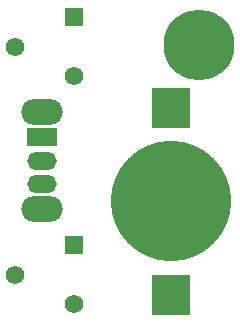
<source format=gbs>
G04 #@! TF.GenerationSoftware,KiCad,Pcbnew,8.0.1*
G04 #@! TF.CreationDate,2024-07-25T21:09:23+08:00*
G04 #@! TF.ProjectId,555Sandbox,35353553-616e-4646-926f-782e6b696361,1.0.0*
G04 #@! TF.SameCoordinates,Original*
G04 #@! TF.FileFunction,Soldermask,Bot*
G04 #@! TF.FilePolarity,Negative*
%FSLAX46Y46*%
G04 Gerber Fmt 4.6, Leading zero omitted, Abs format (unit mm)*
G04 Created by KiCad (PCBNEW 8.0.1) date 2024-07-25 21:09:23*
%MOMM*%
%LPD*%
G01*
G04 APERTURE LIST*
%ADD10O,3.500000X2.200000*%
%ADD11R,2.500000X1.500000*%
%ADD12O,2.500000X1.500000*%
%ADD13R,1.560000X1.560000*%
%ADD14C,1.560000*%
%ADD15C,6.000000*%
%ADD16R,3.300000X3.500000*%
%ADD17C,10.200000*%
G04 APERTURE END LIST*
D10*
X78650000Y-76350000D03*
X78650000Y-84550000D03*
D11*
X78650000Y-78450000D03*
D12*
X78650000Y-80450000D03*
X78650000Y-82450000D03*
D13*
X81350000Y-68300000D03*
D14*
X76350000Y-70800000D03*
X81350000Y-73300000D03*
D15*
X91950000Y-70700000D03*
D13*
X81390000Y-87600000D03*
D14*
X76390000Y-90100000D03*
X81390000Y-92600000D03*
D16*
X89595000Y-76000000D03*
X89595000Y-91800000D03*
D17*
X89595000Y-83900000D03*
M02*

</source>
